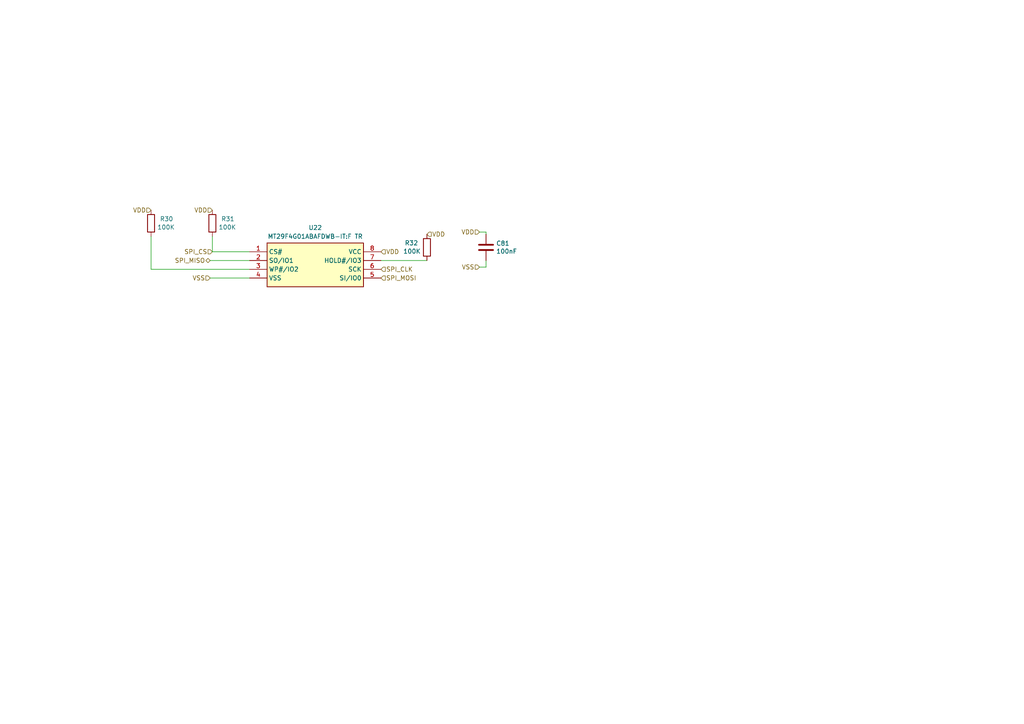
<source format=kicad_sch>
(kicad_sch (version 20250114) (generator "eeschema") (generator_version "9.0")
  (paper "A4")
  (lib_symbols
    (symbol "Common:MT29F4G01ABAFDWB-IT-F"
      (property "Reference" "U" (at 34.29 7.62 0))
      (property "Value" "MT29F4G01ABAFDWB-IT-F" (at 34.29 5.08 0))
      (symbol "MT29F4G01ABAFDWB-IT-F_1_1"
        (rectangle (start 5.08 2.54) (end 33.02 -10.16) (stroke (width 0.254)) (fill (type background)))
        (pin input line (at 0 0 0) (length 5.08) (name "CS#") (number "1"))
        (pin bidirectional line (at 0 -2.54 0) (length 5.08) (name "SO/IO1") (number "2"))
        (pin passive line (at 0 -5.08 0) (length 5.08) (name "WP#/IO2") (number "3"))
        (pin power_in line (at 0 -7.62 0) (length 5.08) (name "VSS") (number "4"))
        (pin power_in line (at 38.1 0 180) (length 5.08) (name "VCC") (number "8"))
        (pin passive line (at 38.1 -2.54 180) (length 5.08) (name "HOLD#/IO3") (number "7"))
        (pin input line (at 38.1 -5.08 180) (length 5.08) (name "SCK") (number "6"))
        (pin input line (at 38.1 -7.62 180) (length 5.08) (name "SI/IO0") (number "5"))
      )
    )
    (symbol "Device:C" (pin_numbers (hide yes)) (pin_names (offset 0.254))
      (property "Reference" "C" (at 0.635 2.54 0))
      (property "Value" "C" (at 0.635 -2.54 0))
      (symbol "C_0_1"
        (polyline (pts (xy -2.032 0.762) (xy 2.032 0.762)) (stroke (width 0.508)))
        (polyline (pts (xy -2.032 -0.762) (xy 2.032 -0.762)) (stroke (width 0.508)))
      )
      (symbol "C_1_1"
        (pin passive line (at 0 3.81 270) (length 2.794) (name "~") (number "1"))
        (pin passive line (at 0 -3.81 90) (length 2.794) (name "~") (number "2"))
      )
    )
    (symbol "Device:R" (pin_numbers (hide yes)) (pin_names (offset 0))
      (property "Reference" "R" (at 2.032 0 90))
      (property "Value" "R" (at 0 0 90))
      (symbol "R_0_1"
        (rectangle (start -1.016 -2.54) (end 1.016 2.54) (stroke (width 0.254)))
      )
      (symbol "R_1_1"
        (pin passive line (at 0 3.81 270) (length 1.27) (name "~") (number "1"))
        (pin passive line (at 0 -3.81 90) (length 1.27) (name "~") (number "2"))
      )
    )
  )
  (wire (pts (xy 60.96 80.645) (xy 72.39 80.645)))
  (wire (pts (xy 140.97 75.565) (xy 140.97 77.47)))
  (wire (pts (xy 60.96 75.565) (xy 72.39 75.565)))
  (wire (pts (xy 140.97 77.47) (xy 139.065 77.47)))
  (wire (pts (xy 139.065 67.31) (xy 140.97 67.31)))
  (wire (pts (xy 123.825 75.565) (xy 110.49 75.565)))
  (wire (pts (xy 61.595 68.58) (xy 61.595 73.025)))
  (wire (pts (xy 43.815 78.105) (xy 72.39 78.105)))
  (wire (pts (xy 43.815 78.105) (xy 43.815 68.58)))
  (wire (pts (xy 140.97 67.31) (xy 140.97 67.945)))
  (wire (pts (xy 61.595 73.025) (xy 72.39 73.025)))
  (hierarchical_label "SPI_CLK" (shape input) (at 110.49 78.105 0))
  (hierarchical_label "VDD" (shape input) (at 139.065 67.31 180))
  (hierarchical_label "SPI_MISO" (shape bidirectional) (at 60.96 75.565 180))
  (hierarchical_label "VDD" (shape input) (at 61.595 60.96 180))
  (hierarchical_label "SPI_CS" (shape input) (at 61.595 73.025 180))
  (hierarchical_label "VSS" (shape input) (at 139.065 77.47 180))
  (hierarchical_label "VDD" (shape input) (at 123.825 67.945 0))
  (hierarchical_label "SPI_MOSI" (shape input) (at 110.49 80.645 0))
  (hierarchical_label "VDD" (shape input) (at 110.49 73.025 0))
  (hierarchical_label "VDD" (shape input) (at 43.815 60.96 180))
  (hierarchical_label "VSS" (shape input) (at 60.96 80.645 180))
  (symbol (lib_id "Device:C") (at 140.97 71.755 0) (unit 1)
    (property "Reference" "C80" (at 143.891 70.5866 0) (effects (justify left)))
    (property "Value" "100nF" (at 143.891 72.898 0) (effects (justify left)))
    (property "Footprint" "Capacitor_SMD:C_0402_1005Metric_Pad0.74x0.62mm_HandSolder" (effects (hide yes)))
    (property "Datasheet" "https://search.murata.co.jp/Ceramy/image/img/A01X/G101/ENG/GRM155R61E104KA87-01.pdf" (effects (hide yes)))
    (property "Description" "Unpolarized capacitor" (effects (hide yes)))
    (property "Voltage" "25" (effects (hide yes)))
    (property "Tolerance" "10" (effects (hide yes)))
    (property "MANUFACTURER" "Murata" (effects (hide yes)))
    (property "PARTREV" "GRM155R61E104KA87D" (effects (hide yes)))
    (property "Temperture Coefficient" "X5R" (effects (hide yes)))
    (instances (project "sci_board" (path "" (reference "C81") (unit 1)) (path "" (reference "C80") (unit 1))))
  )
  (symbol (lib_id "Common:MT29F4G01ABAFDWB-IT-F") (at 72.39 73.025 0) (unit 1)
    (property "Reference" "U21" (at 91.44 66.04 0))
    (property "Value" "MT29F4G01ABAFDWB-IT:F TR" (at 91.44 68.58 0))
    (property "Footprint" "Project:SON127P800X600X65-8N" (effects (hide yes)))
    (property "Datasheet" "https://www.farnell.com/datasheets/3151403.pdf" (effects (hide yes)))
    (property "Description" "NAND Flash SLC 4G 4GX1 UPDFN IT M70A" (effects (hide yes)))
    (property "Note" "4Gbit" (effects (hide yes)))
    (property "MANUFACTURER" "Mircon Technology" (effects (hide yes)))
    (property "PARTREV" "MT29F4G01ABAFDWB-IT:F TR" (effects (hide yes)))
    (property "Height" "0.65" (at 106.68 467.945 0) (effects (justify left top)))
    (property "Mouser Part Number" "340-359563" (at 106.68 567.945 0) (effects (justify left top)))
    (property "Mouser Price/Stock" "https://www.mouser.co.uk/ProductDetail/Micron/MT29F4G01ABAFDWB-ITF?qs=wUXugUrL1qwrjb7To7JPbA%3D%3D" (at 106.68 667.945 0) (effects (justify left top)))
    (property "Manufacturer_Name" "Micron" (at 106.68 767.945 0) (effects (justify left top)))
    (property "Manufacturer_Part_Number" "MT29F4G01ABAFDWB-IT:F" (at 106.68 867.945 0) (effects (justify left top)))
    (instances (project "sci_board" (path "" (reference "U22") (unit 1)) (path "" (reference "U21") (unit 1))))
  )
  (symbol (lib_id "Device:R") (at 61.595 64.77 0) (unit 1)
    (property "Reference" "R28" (at 64.135 63.5 0) (effects (justify left)))
    (property "Value" "100K" (at 63.373 65.913 0) (effects (justify left)))
    (property "Footprint" "Resistor_SMD:R_0402_1005Metric_Pad0.72x0.64mm_HandSolder" (effects (hide yes)))
    (property "Datasheet" "https://www.yageo.com/upload/media/product/products/datasheet/rchip/PYu-RC_Group_51_RoHS_L_12.pdf" (effects (hide yes)))
    (property "Description" "Resistor" (effects (hide yes)))
    (property "Note" "pullup/pulldown" (effects (hide yes)))
    (property "Tolerance" "1" (effects (hide yes)))
    (property "MANUFACTURER" "YAGEO" (effects (hide yes)))
    (property "PARTREV" "RC0402FR-07100KL" (effects (hide yes)))
    (instances (project "sci_board" (path "" (reference "R31") (unit 1)) (path "" (reference "R28") (unit 1))))
  )
  (symbol (lib_id "Device:R") (at 43.815 64.77 0) (unit 1)
    (property "Reference" "R27" (at 46.355 63.5 0) (effects (justify left)))
    (property "Value" "100K" (at 45.593 65.913 0) (effects (justify left)))
    (property "Footprint" "Resistor_SMD:R_0402_1005Metric_Pad0.72x0.64mm_HandSolder" (effects (hide yes)))
    (property "Datasheet" "https://www.yageo.com/upload/media/product/products/datasheet/rchip/PYu-RC_Group_51_RoHS_L_12.pdf" (effects (hide yes)))
    (property "Description" "Resistor" (effects (hide yes)))
    (property "Note" "pullup/pulldown" (effects (hide yes)))
    (property "Tolerance" "1" (effects (hide yes)))
    (property "MANUFACTURER" "YAGEO" (effects (hide yes)))
    (property "PARTREV" "RC0402FR-07100KL" (effects (hide yes)))
    (instances (project "sci_board" (path "" (reference "R30") (unit 1)) (path "" (reference "R27") (unit 1))))
  )
  (symbol (lib_id "Device:R") (at 123.825 71.755 0) (mirror y) (unit 1)
    (property "Reference" "R29" (at 121.285 70.485 0) (effects (justify left)))
    (property "Value" "100K" (at 122.047 72.898 0) (effects (justify left)))
    (property "Footprint" "Resistor_SMD:R_0402_1005Metric_Pad0.72x0.64mm_HandSolder" (effects (hide yes)))
    (property "Datasheet" "https://www.yageo.com/upload/media/product/products/datasheet/rchip/PYu-RC_Group_51_RoHS_L_12.pdf" (effects (hide yes)))
    (property "Description" "Resistor" (effects (hide yes)))
    (property "Note" "pullup/pulldown" (effects (hide yes)))
    (property "Tolerance" "1" (effects (hide yes)))
    (property "MANUFACTURER" "YAGEO" (effects (hide yes)))
    (property "PARTREV" "RC0402FR-07100KL" (effects (hide yes)))
    (instances (project "sci_board" (path "" (reference "R32") (unit 1)) (path "" (reference "R29") (unit 1))))
  )
)
</source>
